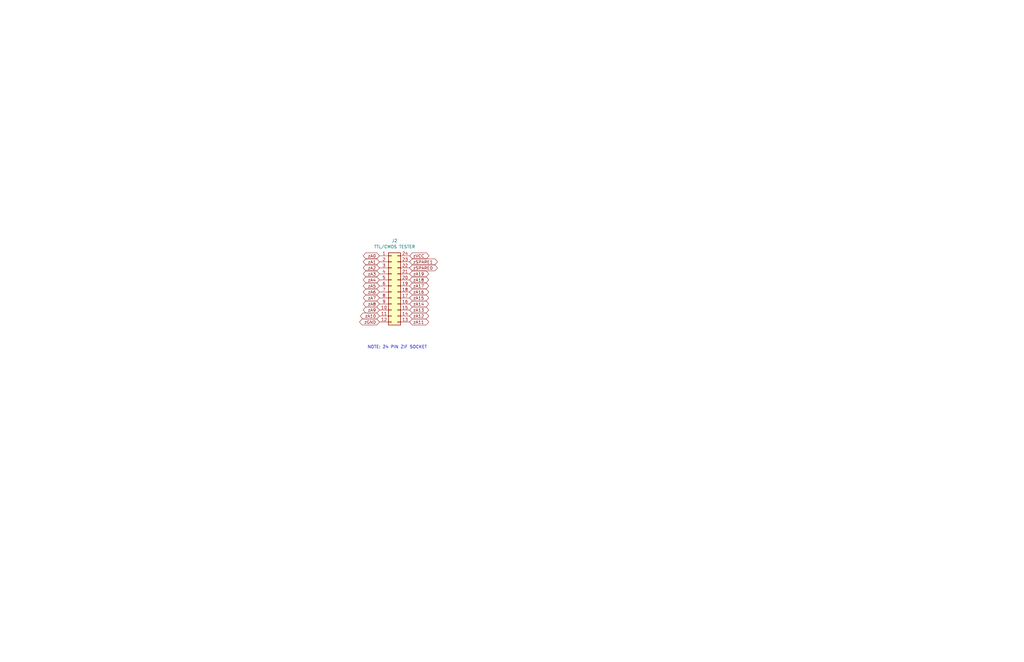
<source format=kicad_sch>
(kicad_sch (version 20211123) (generator eeschema)
  (paper "B")
  (lib_symbols
    (symbol "Connector_Generic:Conn_02x12_Counter_Clockwise" (pin_names (offset 1.016) hide)
      (property "Reference" "J" (at 1.27 15.24 0))
      (property "Value" "Conn_02x12_Counter_Clockwise" (at 1.27 -17.78 0))
      (symbol "Conn_02x12_Counter_Clockwise_1_1"
        (rectangle (start -1.27 -15.113) (end 0 -15.367) (stroke (width 0.1524)))
        (rectangle (start -1.27 -12.573) (end 0 -12.827) (stroke (width 0.1524)))
        (rectangle (start -1.27 -10.033) (end 0 -10.287) (stroke (width 0.1524)))
        (rectangle (start -1.27 -7.493) (end 0 -7.747) (stroke (width 0.1524)))
        (rectangle (start -1.27 -4.953) (end 0 -5.207) (stroke (width 0.1524)))
        (rectangle (start -1.27 -2.413) (end 0 -2.667) (stroke (width 0.1524)))
        (rectangle (start -1.27 0.127) (end 0 -0.127) (stroke (width 0.1524)))
        (rectangle (start -1.27 2.667) (end 0 2.413) (stroke (width 0.1524)))
        (rectangle (start -1.27 5.207) (end 0 4.953) (stroke (width 0.1524)))
        (rectangle (start -1.27 7.747) (end 0 7.493) (stroke (width 0.1524)))
        (rectangle (start -1.27 10.287) (end 0 10.033) (stroke (width 0.1524)))
        (rectangle (start -1.27 12.827) (end 0 12.573) (stroke (width 0.1524)))
        (rectangle (start -1.27 13.97) (end 3.81 -16.51) (stroke (width 0.254)) (fill (type background)))
        (rectangle (start 3.81 -15.113) (end 2.54 -15.367) (stroke (width 0.1524)))
        (rectangle (start 3.81 -12.573) (end 2.54 -12.827) (stroke (width 0.1524)))
        (rectangle (start 3.81 -10.033) (end 2.54 -10.287) (stroke (width 0.1524)))
        (rectangle (start 3.81 -7.493) (end 2.54 -7.747) (stroke (width 0.1524)))
        (rectangle (start 3.81 -4.953) (end 2.54 -5.207) (stroke (width 0.1524)))
        (rectangle (start 3.81 -2.413) (end 2.54 -2.667) (stroke (width 0.1524)))
        (rectangle (start 3.81 0.127) (end 2.54 -0.127) (stroke (width 0.1524)))
        (rectangle (start 3.81 2.667) (end 2.54 2.413) (stroke (width 0.1524)))
        (rectangle (start 3.81 5.207) (end 2.54 4.953) (stroke (width 0.1524)))
        (rectangle (start 3.81 7.747) (end 2.54 7.493) (stroke (width 0.1524)))
        (rectangle (start 3.81 10.287) (end 2.54 10.033) (stroke (width 0.1524)))
        (rectangle (start 3.81 12.827) (end 2.54 12.573) (stroke (width 0.1524)))
        (pin passive line (at -5.08 12.7 0) (length 3.81) (name "Pin_1") (number "1"))
        (pin passive line (at -5.08 -10.16 0) (length 3.81) (name "Pin_10") (number "10"))
        (pin passive line (at -5.08 -12.7 0) (length 3.81) (name "Pin_11") (number "11"))
        (pin passive line (at -5.08 -15.24 0) (length 3.81) (name "Pin_12") (number "12"))
        (pin passive line (at 7.62 -15.24 180) (length 3.81) (name "Pin_13") (number "13"))
        (pin passive line (at 7.62 -12.7 180) (length 3.81) (name "Pin_14") (number "14"))
        (pin passive line (at 7.62 -10.16 180) (length 3.81) (name "Pin_15") (number "15"))
        (pin passive line (at 7.62 -7.62 180) (length 3.81) (name "Pin_16") (number "16"))
        (pin passive line (at 7.62 -5.08 180) (length 3.81) (name "Pin_17") (number "17"))
        (pin passive line (at 7.62 -2.54 180) (length 3.81) (name "Pin_18") (number "18"))
        (pin passive line (at 7.62 0 180) (length 3.81) (name "Pin_19") (number "19"))
        (pin passive line (at -5.08 10.16 0) (length 3.81) (name "Pin_2") (number "2"))
        (pin passive line (at 7.62 2.54 180) (length 3.81) (name "Pin_20") (number "20"))
        (pin passive line (at 7.62 5.08 180) (length 3.81) (name "Pin_21") (number "21"))
        (pin passive line (at 7.62 7.62 180) (length 3.81) (name "Pin_22") (number "22"))
        (pin passive line (at 7.62 10.16 180) (length 3.81) (name "Pin_23") (number "23"))
        (pin passive line (at 7.62 12.7 180) (length 3.81) (name "Pin_24") (number "24"))
        (pin passive line (at -5.08 7.62 0) (length 3.81) (name "Pin_3") (number "3"))
        (pin passive line (at -5.08 5.08 0) (length 3.81) (name "Pin_4") (number "4"))
        (pin passive line (at -5.08 2.54 0) (length 3.81) (name "Pin_5") (number "5"))
        (pin passive line (at -5.08 0 0) (length 3.81) (name "Pin_6") (number "6"))
        (pin passive line (at -5.08 -2.54 0) (length 3.81) (name "Pin_7") (number "7"))
        (pin passive line (at -5.08 -5.08 0) (length 3.81) (name "Pin_8") (number "8"))
        (pin passive line (at -5.08 -7.62 0) (length 3.81) (name "Pin_9") (number "9"))
      )
    )
  )
  (text "NOTE: 24 PIN ZIF SOCKET" (at 154.94 147.32 0) (effects (font (size 1.27 1.27)) (justify left bottom)))
  (global_label "zA9" (shape bidirectional) (at 160.02 130.81 180) (property "Intersheet References" "${INTERSHEET_REFS}" (effects hide)))
  (global_label "zA15" (shape bidirectional) (at 172.72 125.73 0) (property "Intersheet References" "${INTERSHEET_REFS}" (effects hide)))
  (global_label "zSPARE0" (shape bidirectional) (at 172.72 113.03 0) (property "Intersheet References" "${INTERSHEET_REFS}" (effects hide)))
  (global_label "zGND" (shape bidirectional) (at 160.02 135.89 180) (property "Intersheet References" "${INTERSHEET_REFS}" (effects hide)))
  (global_label "zA4" (shape bidirectional) (at 160.02 118.11 180) (property "Intersheet References" "${INTERSHEET_REFS}" (effects hide)))
  (global_label "zA11" (shape bidirectional) (at 172.72 135.89 0) (property "Intersheet References" "${INTERSHEET_REFS}" (effects hide)))
  (global_label "zA7" (shape bidirectional) (at 160.02 125.73 180) (property "Intersheet References" "${INTERSHEET_REFS}" (effects hide)))
  (global_label "zA3" (shape bidirectional) (at 160.02 115.57 180) (property "Intersheet References" "${INTERSHEET_REFS}" (effects hide)))
  (global_label "zA5" (shape bidirectional) (at 160.02 120.65 180) (property "Intersheet References" "${INTERSHEET_REFS}" (effects hide)))
  (global_label "zA8" (shape bidirectional) (at 160.02 128.27 180) (property "Intersheet References" "${INTERSHEET_REFS}" (effects hide)))
  (global_label "zA6" (shape bidirectional) (at 160.02 123.19 180) (property "Intersheet References" "${INTERSHEET_REFS}" (effects hide)))
  (global_label "zA0" (shape bidirectional) (at 160.02 107.95 180) (property "Intersheet References" "${INTERSHEET_REFS}" (effects hide)))
  (global_label "zA16" (shape bidirectional) (at 172.72 123.19 0) (property "Intersheet References" "${INTERSHEET_REFS}" (effects hide)))
  (global_label "zA17" (shape bidirectional) (at 172.72 120.65 0) (property "Intersheet References" "${INTERSHEET_REFS}" (effects hide)))
  (global_label "zA12" (shape bidirectional) (at 172.72 133.35 0) (property "Intersheet References" "${INTERSHEET_REFS}" (effects hide)))
  (global_label "zSPARE1" (shape bidirectional) (at 172.72 110.49 0) (property "Intersheet References" "${INTERSHEET_REFS}" (effects hide)))
  (global_label "zA10" (shape bidirectional) (at 160.02 133.35 180) (property "Intersheet References" "${INTERSHEET_REFS}" (effects hide)))
  (global_label "zA18" (shape bidirectional) (at 172.72 118.11 0) (property "Intersheet References" "${INTERSHEET_REFS}" (effects hide)))
  (global_label "zA13" (shape bidirectional) (at 172.72 130.81 0) (property "Intersheet References" "${INTERSHEET_REFS}" (effects hide)))
  (global_label "zA1" (shape bidirectional) (at 160.02 110.49 180) (property "Intersheet References" "${INTERSHEET_REFS}" (effects hide)))
  (global_label "zA19" (shape bidirectional) (at 172.72 115.57 0) (property "Intersheet References" "${INTERSHEET_REFS}" (effects hide)))
  (global_label "zVCC" (shape bidirectional) (at 172.72 107.95 0) (property "Intersheet References" "${INTERSHEET_REFS}" (effects hide)))
  (global_label "zA2" (shape bidirectional) (at 160.02 113.03 180) (property "Intersheet References" "${INTERSHEET_REFS}" (effects hide)))
  (global_label "zA14" (shape bidirectional) (at 172.72 128.27 0) (property "Intersheet References" "${INTERSHEET_REFS}" (effects hide)))
  (symbol (lib_id "Connector_Generic:Conn_02x12_Counter_Clockwise") (at 165.1 120.65 0) (unit 1)
    (property "Reference" "J2" (at 166.37 101.6 0))
    (property "Value" "TTL/CMOS TESTER" (at 166.37 104.14 0))
    (property "Footprint" "Socket:DIP_Socket-24_W11.9_W12.7_W15.24_W17.78_W18.5_3M_224-1275-00-0602J" (effects hide))
  )
)
</source>
